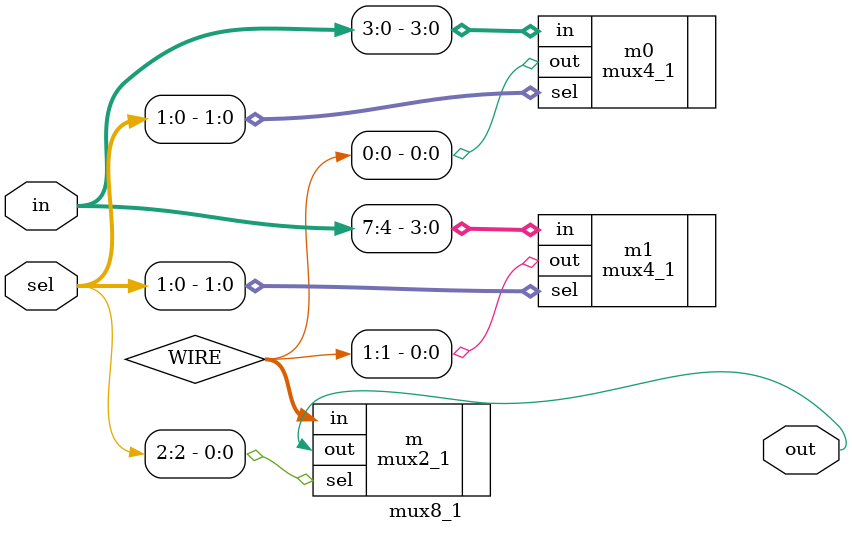
<source format=sv>
module mux8_1 (out, in, sel); //8 to 1 mux
	// output bit
	output logic out;
	
	// 8-bit input
	input logic [7:0] in;
	
	// 3-bit select
	input logic [2:0] sel;
	
	logic [1:0] WIRE;
	
	// use two 4x1 mux and one 2x1 mux to make 8x1
	mux4_1 m0(.out(WIRE[0]), .in(in[3:0]), .sel(sel[1:0]));
	mux4_1 m1(.out(WIRE[1]), .in(in[7:4]), .sel(sel[1:0]));
	mux2_1 m (.out(out), .in(WIRE[1:0]), .sel(sel[2]));
endmodule 
</source>
